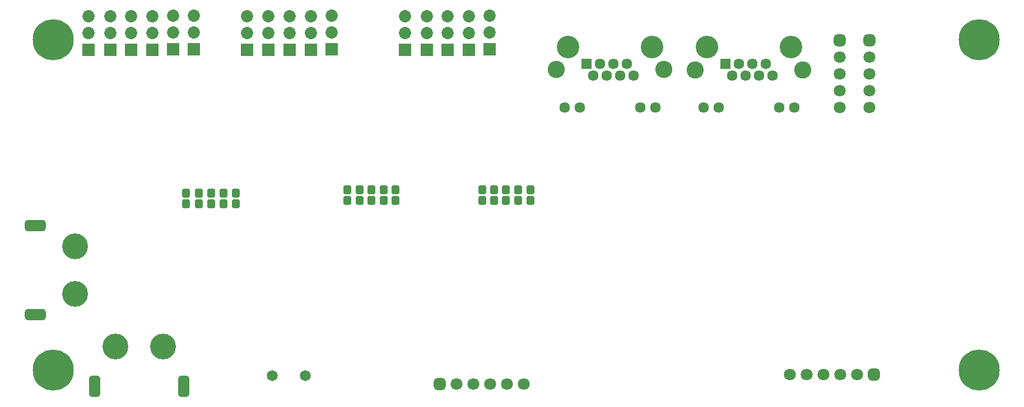
<source format=gbs>
G04*
G04 #@! TF.GenerationSoftware,Altium Limited,Altium Designer,22.4.2 (48)*
G04*
G04 Layer_Color=16711935*
%FSLAX44Y44*%
%MOMM*%
G71*
G04*
G04 #@! TF.SameCoordinates,B701488B-7258-471B-98CB-2349E65484A3*
G04*
G04*
G04 #@! TF.FilePolarity,Negative*
G04*
G01*
G75*
G04:AMPARAMS|DCode=60|XSize=1.2032mm|YSize=1.3032mm|CornerRadius=0.1766mm|HoleSize=0mm|Usage=FLASHONLY|Rotation=180.000|XOffset=0mm|YOffset=0mm|HoleType=Round|Shape=RoundedRectangle|*
%AMROUNDEDRECTD60*
21,1,1.2032,0.9500,0,0,180.0*
21,1,0.8500,1.3032,0,0,180.0*
1,1,0.3532,-0.4250,0.4750*
1,1,0.3532,0.4250,0.4750*
1,1,0.3532,0.4250,-0.4750*
1,1,0.3532,-0.4250,-0.4750*
%
%ADD60ROUNDEDRECTD60*%
%ADD89C,1.6112*%
%ADD90R,1.6112X1.6112*%
%ADD91C,2.6032*%
%ADD92C,3.4032*%
%ADD93C,1.8000*%
G04:AMPARAMS|DCode=94|XSize=1.8mm|YSize=1.8mm|CornerRadius=0.5mm|HoleSize=0mm|Usage=FLASHONLY|Rotation=180.000|XOffset=0mm|YOffset=0mm|HoleType=Round|Shape=RoundedRectangle|*
%AMROUNDEDRECTD94*
21,1,1.8000,0.8000,0,0,180.0*
21,1,0.8000,1.8000,0,0,180.0*
1,1,1.0000,-0.4000,0.4000*
1,1,1.0000,0.4000,0.4000*
1,1,1.0000,0.4000,-0.4000*
1,1,1.0000,-0.4000,-0.4000*
%
%ADD94ROUNDEDRECTD94*%
%ADD95C,1.6532*%
G04:AMPARAMS|DCode=96|XSize=1.8mm|YSize=1.8mm|CornerRadius=0.5mm|HoleSize=0mm|Usage=FLASHONLY|Rotation=270.000|XOffset=0mm|YOffset=0mm|HoleType=Round|Shape=RoundedRectangle|*
%AMROUNDEDRECTD96*
21,1,1.8000,0.8000,0,0,270.0*
21,1,0.8000,1.8000,0,0,270.0*
1,1,1.0000,-0.4000,-0.4000*
1,1,1.0000,-0.4000,0.4000*
1,1,1.0000,0.4000,0.4000*
1,1,1.0000,0.4000,-0.4000*
%
%ADD96ROUNDEDRECTD96*%
%ADD97C,3.9032*%
G04:AMPARAMS|DCode=98|XSize=1.7032mm|YSize=3.2032mm|CornerRadius=0.4766mm|HoleSize=0mm|Usage=FLASHONLY|Rotation=90.000|XOffset=0mm|YOffset=0mm|HoleType=Round|Shape=RoundedRectangle|*
%AMROUNDEDRECTD98*
21,1,1.7032,2.2500,0,0,90.0*
21,1,0.7500,3.2032,0,0,90.0*
1,1,0.9532,1.1250,0.3750*
1,1,0.9532,1.1250,-0.3750*
1,1,0.9532,-1.1250,-0.3750*
1,1,0.9532,-1.1250,0.3750*
%
%ADD98ROUNDEDRECTD98*%
G04:AMPARAMS|DCode=99|XSize=1.7032mm|YSize=3.2032mm|CornerRadius=0.4766mm|HoleSize=0mm|Usage=FLASHONLY|Rotation=180.000|XOffset=0mm|YOffset=0mm|HoleType=Round|Shape=RoundedRectangle|*
%AMROUNDEDRECTD99*
21,1,1.7032,2.2500,0,0,180.0*
21,1,0.7500,3.2032,0,0,180.0*
1,1,0.9532,-0.3750,1.1250*
1,1,0.9532,0.3750,1.1250*
1,1,0.9532,0.3750,-1.1250*
1,1,0.9532,-0.3750,-1.1250*
%
%ADD99ROUNDEDRECTD99*%
%ADD100C,6.2032*%
%ADD101R,1.8532X1.8532*%
%ADD102C,1.8532*%
D60*
X853140Y423320D02*
D03*
Y407320D02*
D03*
X871390Y423320D02*
D03*
Y407320D02*
D03*
X816390Y423320D02*
D03*
Y407320D02*
D03*
X798390Y423320D02*
D03*
Y407320D02*
D03*
X834640Y423320D02*
D03*
Y407320D02*
D03*
X649390Y423320D02*
D03*
Y407320D02*
D03*
X594640Y423320D02*
D03*
Y407320D02*
D03*
X667640Y423320D02*
D03*
Y407320D02*
D03*
X631140Y423320D02*
D03*
Y407320D02*
D03*
X612890Y423320D02*
D03*
Y407320D02*
D03*
X351140Y418570D02*
D03*
Y402570D02*
D03*
X370140Y418570D02*
D03*
Y402570D02*
D03*
X426390Y418570D02*
D03*
Y402570D02*
D03*
X388890Y418570D02*
D03*
Y402570D02*
D03*
X407640Y418570D02*
D03*
Y402570D02*
D03*
D89*
X1155970Y547800D02*
D03*
X1247370D02*
D03*
X1133070D02*
D03*
X1270270D02*
D03*
X1196570Y596000D02*
D03*
X1206770Y613800D02*
D03*
X1186370D02*
D03*
X1216970Y596000D02*
D03*
X1176170D02*
D03*
X1227170Y613800D02*
D03*
X1237370Y596000D02*
D03*
X945970Y548000D02*
D03*
X1037370D02*
D03*
X923070D02*
D03*
X1060270D02*
D03*
X986570Y596200D02*
D03*
X996770Y614000D02*
D03*
X976370D02*
D03*
X1006970Y596200D02*
D03*
X966170D02*
D03*
X1017170Y614000D02*
D03*
X1027370Y596200D02*
D03*
D90*
X1165970Y613800D02*
D03*
X955970Y614000D02*
D03*
D91*
X1120420Y604900D02*
D03*
X1282920D02*
D03*
X910420Y605100D02*
D03*
X1072920D02*
D03*
D92*
X1138170Y639200D02*
D03*
X1265170D02*
D03*
X928170Y639400D02*
D03*
X1055170D02*
D03*
D93*
X1263750Y144000D02*
D03*
X1289150D02*
D03*
X1339950D02*
D03*
X1365350D02*
D03*
X1314550D02*
D03*
X1338500Y547950D02*
D03*
Y598750D02*
D03*
Y624150D02*
D03*
Y573350D02*
D03*
X1384000Y548200D02*
D03*
Y599000D02*
D03*
Y624400D02*
D03*
Y573600D02*
D03*
X861600Y130000D02*
D03*
X836200D02*
D03*
X785400D02*
D03*
X760000D02*
D03*
X810800D02*
D03*
D94*
X1390750Y144000D02*
D03*
X734600Y130000D02*
D03*
D95*
X530800Y141900D02*
D03*
X480800D02*
D03*
D96*
X1338500Y649550D02*
D03*
X1384000Y649800D02*
D03*
D97*
X183000Y266000D02*
D03*
Y338000D02*
D03*
X316000Y186000D02*
D03*
X244000D02*
D03*
D98*
X123000Y234500D02*
D03*
Y369500D02*
D03*
D99*
X347500Y126000D02*
D03*
X212500D02*
D03*
D100*
X1549800Y150600D02*
D03*
Y650600D02*
D03*
X149800D02*
D03*
Y150600D02*
D03*
D101*
X362990Y635540D02*
D03*
X300144Y635330D02*
D03*
X331640Y635584D02*
D03*
X203878Y634822D02*
D03*
X236348Y635070D02*
D03*
X268140Y635330D02*
D03*
X539186D02*
D03*
X507182D02*
D03*
X442920Y634822D02*
D03*
X570682Y635584D02*
D03*
X475390Y635070D02*
D03*
X809724Y635584D02*
D03*
X778228Y635330D02*
D03*
X681962Y634822D02*
D03*
X714432Y635070D02*
D03*
X746224Y635330D02*
D03*
D102*
X362990Y660940D02*
D03*
Y686340D02*
D03*
X300144Y660730D02*
D03*
Y686130D02*
D03*
X331640Y660984D02*
D03*
Y686384D02*
D03*
X203878Y660222D02*
D03*
Y685622D02*
D03*
X236348Y660470D02*
D03*
Y685870D02*
D03*
X268140Y660730D02*
D03*
Y686130D02*
D03*
X539186Y660730D02*
D03*
Y686130D02*
D03*
X507182Y660730D02*
D03*
Y686130D02*
D03*
X442920Y660222D02*
D03*
Y685622D02*
D03*
X570682Y660984D02*
D03*
Y686384D02*
D03*
X475390Y660470D02*
D03*
Y685870D02*
D03*
X809724Y660984D02*
D03*
Y686384D02*
D03*
X778228Y660730D02*
D03*
Y686130D02*
D03*
X681962Y660222D02*
D03*
Y685622D02*
D03*
X714432Y660470D02*
D03*
Y685870D02*
D03*
X746224Y660730D02*
D03*
Y686130D02*
D03*
M02*

</source>
